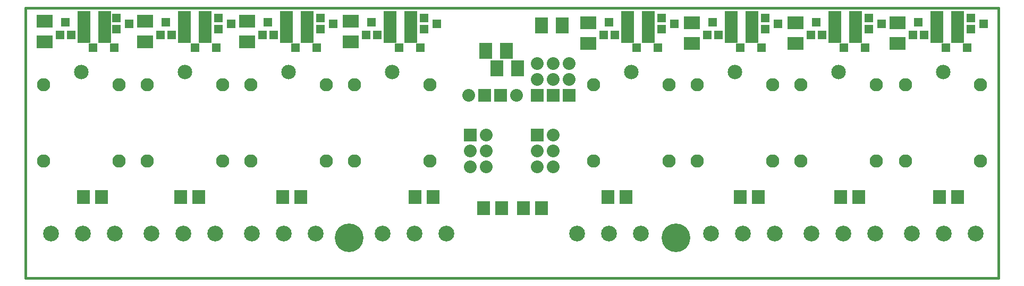
<source format=gts>
G04 (created by PCBNEW-RS274X (2012-01-19 BZR 3256)-stable) date 15/05/2012 08:43:50*
G01*
G70*
G90*
%MOIN*%
G04 Gerber Fmt 3.4, Leading zero omitted, Abs format*
%FSLAX34Y34*%
G04 APERTURE LIST*
%ADD10C,0.006000*%
%ADD11C,0.015000*%
%ADD12R,0.056000X0.056000*%
%ADD13R,0.053500X0.053500*%
%ADD14R,0.080000X0.100000*%
%ADD15R,0.100000X0.080000*%
%ADD16C,0.098700*%
%ADD17R,0.082900X0.090900*%
%ADD18R,0.080000X0.080000*%
%ADD19C,0.080000*%
%ADD20C,0.090900*%
%ADD21C,0.083000*%
%ADD22C,0.180000*%
G04 APERTURE END LIST*
G54D10*
G54D11*
X12980Y-08873D02*
X12980Y-08773D01*
X74005Y-08898D02*
X74005Y-08773D01*
X12980Y-08844D02*
X12980Y-25773D01*
X12980Y-25773D02*
X74003Y-25773D01*
X74004Y-08769D02*
X12980Y-08769D01*
X74004Y-25773D02*
X74004Y-08844D01*
G54D12*
X15830Y-10473D03*
X15130Y-10473D03*
X15480Y-09673D03*
X72280Y-10123D03*
X72280Y-09423D03*
X73080Y-09773D03*
X65880Y-10123D03*
X65880Y-09423D03*
X66680Y-09773D03*
X59380Y-10123D03*
X59380Y-09423D03*
X60180Y-09773D03*
X52880Y-10123D03*
X52880Y-09423D03*
X53680Y-09773D03*
X37980Y-10123D03*
X37980Y-09423D03*
X38780Y-09773D03*
X31480Y-10123D03*
X31480Y-09423D03*
X32280Y-09773D03*
X25080Y-10123D03*
X25080Y-09423D03*
X25880Y-09773D03*
X22130Y-10473D03*
X21430Y-10473D03*
X21780Y-09673D03*
X28530Y-10473D03*
X27830Y-10473D03*
X28180Y-09673D03*
X35030Y-10473D03*
X34330Y-10473D03*
X34680Y-09673D03*
X49930Y-10473D03*
X49230Y-10473D03*
X49580Y-09673D03*
X56430Y-10473D03*
X55730Y-10473D03*
X56080Y-09673D03*
X62930Y-10473D03*
X62230Y-10473D03*
X62580Y-09673D03*
X69330Y-10473D03*
X68630Y-10473D03*
X68980Y-09673D03*
X18680Y-10123D03*
X18680Y-09423D03*
X19480Y-09773D03*
G54D13*
X72039Y-11273D03*
X70721Y-11273D03*
X65639Y-11273D03*
X64321Y-11273D03*
X59139Y-11273D03*
X57821Y-11273D03*
X52639Y-11273D03*
X51321Y-11273D03*
X37739Y-11273D03*
X36421Y-11273D03*
X31239Y-11273D03*
X29921Y-11273D03*
X24939Y-11273D03*
X23621Y-11273D03*
X18539Y-11273D03*
X17221Y-11273D03*
G54D14*
X65030Y-10473D03*
X63730Y-10473D03*
X58530Y-10473D03*
X57230Y-10473D03*
X52030Y-10473D03*
X50730Y-10473D03*
X37130Y-10473D03*
X35830Y-10473D03*
X30630Y-10473D03*
X29330Y-10473D03*
X24230Y-10473D03*
X22930Y-10473D03*
X17930Y-10473D03*
X16630Y-10473D03*
G54D15*
X67680Y-09723D03*
X67680Y-11023D03*
X61280Y-09723D03*
X61280Y-11023D03*
X54780Y-09723D03*
X54780Y-11023D03*
X48280Y-09723D03*
X48280Y-11023D03*
X33380Y-09623D03*
X33380Y-10923D03*
X26880Y-09623D03*
X26880Y-10923D03*
G54D14*
X41830Y-11473D03*
X43130Y-11473D03*
X42530Y-12573D03*
X43830Y-12573D03*
X45330Y-09873D03*
X46630Y-09873D03*
G54D15*
X14180Y-09623D03*
X14180Y-10923D03*
X20480Y-09623D03*
X20480Y-10923D03*
G54D14*
X70130Y-09473D03*
X71430Y-09473D03*
X63730Y-09473D03*
X65030Y-09473D03*
X57230Y-09473D03*
X58530Y-09473D03*
X50730Y-09473D03*
X52030Y-09473D03*
X35830Y-09473D03*
X37130Y-09473D03*
X29330Y-09473D03*
X30630Y-09473D03*
X22930Y-09473D03*
X24230Y-09473D03*
X16630Y-09473D03*
X17930Y-09473D03*
X71430Y-10473D03*
X70130Y-10473D03*
G54D16*
X14580Y-22973D03*
X16580Y-22973D03*
X18580Y-22973D03*
X20880Y-22973D03*
X22880Y-22973D03*
X24880Y-22973D03*
X27180Y-22973D03*
X29180Y-22973D03*
X31180Y-22973D03*
X35380Y-22973D03*
X37380Y-22973D03*
X39380Y-22973D03*
X47580Y-22973D03*
X49580Y-22973D03*
X51580Y-22973D03*
X55980Y-22973D03*
X57980Y-22973D03*
X59980Y-22973D03*
X62280Y-22973D03*
X64280Y-22973D03*
X66280Y-22973D03*
X68580Y-22973D03*
X70580Y-22973D03*
X72580Y-22973D03*
G54D17*
X16621Y-20673D03*
X17739Y-20673D03*
X22721Y-20673D03*
X23839Y-20673D03*
X29121Y-20673D03*
X30239Y-20673D03*
X37421Y-20673D03*
X38539Y-20673D03*
X49521Y-20673D03*
X50639Y-20673D03*
X57821Y-20673D03*
X58939Y-20673D03*
X64121Y-20673D03*
X65239Y-20673D03*
X70321Y-20673D03*
X71439Y-20673D03*
G54D18*
X45080Y-16773D03*
G54D19*
X46080Y-16773D03*
X45080Y-17773D03*
X46080Y-17773D03*
X45080Y-18773D03*
X46080Y-18773D03*
G54D18*
X40880Y-16773D03*
G54D19*
X41880Y-16773D03*
X40880Y-17773D03*
X41880Y-17773D03*
X40880Y-18773D03*
X41880Y-18773D03*
G54D20*
X16480Y-12827D03*
G54D21*
X14118Y-13614D03*
X18842Y-13614D03*
X14118Y-18417D03*
X18842Y-18417D03*
G54D20*
X22980Y-12827D03*
G54D21*
X20618Y-13614D03*
X25342Y-13614D03*
X20618Y-18417D03*
X25342Y-18417D03*
G54D20*
X29480Y-12827D03*
G54D21*
X27118Y-13614D03*
X31842Y-13614D03*
X27118Y-18417D03*
X31842Y-18417D03*
G54D20*
X35980Y-12827D03*
G54D21*
X33618Y-13614D03*
X38342Y-13614D03*
X33618Y-18417D03*
X38342Y-18417D03*
G54D20*
X50980Y-12827D03*
G54D21*
X48618Y-13614D03*
X53342Y-13614D03*
X48618Y-18417D03*
X53342Y-18417D03*
G54D20*
X57480Y-12827D03*
G54D21*
X55118Y-13614D03*
X59842Y-13614D03*
X55118Y-18417D03*
X59842Y-18417D03*
G54D20*
X63980Y-12827D03*
G54D21*
X61618Y-13614D03*
X66342Y-13614D03*
X61618Y-18417D03*
X66342Y-18417D03*
G54D20*
X70530Y-12827D03*
G54D21*
X68168Y-13614D03*
X72892Y-13614D03*
X68168Y-18417D03*
X72892Y-18417D03*
G54D18*
X45080Y-14273D03*
G54D19*
X45080Y-13273D03*
X45080Y-12273D03*
G54D18*
X46080Y-14273D03*
G54D19*
X46080Y-13273D03*
X46080Y-12273D03*
G54D18*
X47080Y-14273D03*
G54D19*
X47080Y-13273D03*
X47080Y-12273D03*
G54D18*
X41780Y-14273D03*
G54D19*
X40780Y-14273D03*
G54D17*
X42839Y-21373D03*
X41721Y-21373D03*
X45339Y-21373D03*
X44221Y-21373D03*
G54D18*
X42780Y-14273D03*
G54D19*
X43780Y-14273D03*
G54D22*
X53780Y-23228D03*
X33280Y-23228D03*
M02*

</source>
